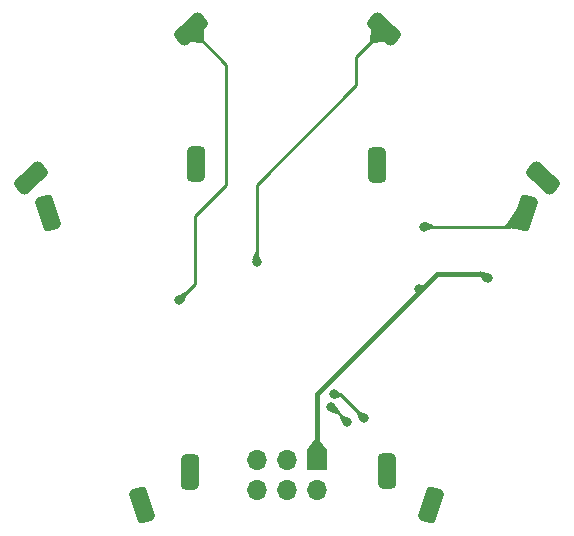
<source format=gbr>
%TF.GenerationSoftware,KiCad,Pcbnew,(7.0.0)*%
%TF.CreationDate,2023-12-18T14:13:41-05:00*%
%TF.ProjectId,MAGFest2023SolderingClass_variant1,4d414746-6573-4743-9230-3233536f6c64,rev?*%
%TF.SameCoordinates,Original*%
%TF.FileFunction,Copper,L1,Top*%
%TF.FilePolarity,Positive*%
%FSLAX46Y46*%
G04 Gerber Fmt 4.6, Leading zero omitted, Abs format (unit mm)*
G04 Created by KiCad (PCBNEW (7.0.0)) date 2023-12-18 14:13:41*
%MOMM*%
%LPD*%
G01*
G04 APERTURE LIST*
G04 Aperture macros list*
%AMRoundRect*
0 Rectangle with rounded corners*
0 $1 Rounding radius*
0 $2 $3 $4 $5 $6 $7 $8 $9 X,Y pos of 4 corners*
0 Add a 4 corners polygon primitive as box body*
4,1,4,$2,$3,$4,$5,$6,$7,$8,$9,$2,$3,0*
0 Add four circle primitives for the rounded corners*
1,1,$1+$1,$2,$3*
1,1,$1+$1,$4,$5*
1,1,$1+$1,$6,$7*
1,1,$1+$1,$8,$9*
0 Add four rect primitives between the rounded corners*
20,1,$1+$1,$2,$3,$4,$5,0*
20,1,$1+$1,$4,$5,$6,$7,0*
20,1,$1+$1,$6,$7,$8,$9,0*
20,1,$1+$1,$8,$9,$2,$3,0*%
G04 Aperture macros list end*
%TA.AperFunction,ComponentPad*%
%ADD10RoundRect,0.381000X-0.016563X1.181968X-0.708143X-0.946497X0.016563X-1.181968X0.708143X0.946497X0*%
%TD*%
%TA.AperFunction,ComponentPad*%
%ADD11RoundRect,0.381000X-0.419820X1.105022X-0.341715X-1.131615X0.419820X-1.105022X0.341715X1.131615X0*%
%TD*%
%TA.AperFunction,ComponentPad*%
%ADD12RoundRect,0.381000X-0.708143X0.946497X-0.016563X-1.181968X0.708143X-0.946497X0.016563X1.181968X0*%
%TD*%
%TA.AperFunction,ComponentPad*%
%ADD13RoundRect,0.381000X0.558543X1.041802X-1.078226X-0.484510X-0.558543X-1.041802X1.078226X0.484510X0*%
%TD*%
%TA.AperFunction,ComponentPad*%
%ADD14R,1.700000X1.700000*%
%TD*%
%TA.AperFunction,ComponentPad*%
%ADD15O,1.700000X1.700000*%
%TD*%
%TA.AperFunction,ComponentPad*%
%ADD16RoundRect,0.381000X-1.078226X0.484510X0.558543X-1.041802X1.078226X-0.484510X-0.558543X1.041802X0*%
%TD*%
%TA.AperFunction,ComponentPad*%
%ADD17RoundRect,0.381000X-0.361413X1.125479X-0.400471X-1.112180X0.361413X-1.125479X0.400471X1.112180X0*%
%TD*%
%TA.AperFunction,ViaPad*%
%ADD18C,0.800000*%
%TD*%
%TA.AperFunction,Conductor*%
%ADD19C,0.400000*%
%TD*%
%TA.AperFunction,Conductor*%
%ADD20C,0.250000*%
%TD*%
G04 APERTURE END LIST*
D10*
%TO.P,D4,2,A*%
%TO.N,Net-(D4-A)*%
X159227779Y-95668735D03*
%TO.P,D4,1,K*%
%TO.N,Net-(D4-K)*%
X167262221Y-70941265D03*
%TD*%
D11*
%TO.P,D3,1,K*%
%TO.N,Net-(D3-K)*%
X154651307Y-66862919D03*
%TO.P,D3,2,A*%
%TO.N,Net-(D3-A)*%
X155558693Y-92847081D03*
%TD*%
D12*
%TO.P,D1,2,A*%
%TO.N,Net-(D1-A)*%
X134832221Y-95668735D03*
%TO.P,D1,1,K*%
%TO.N,Net-(D1-K)*%
X126797779Y-70941265D03*
%TD*%
D13*
%TO.P,D6,1,K*%
%TO.N,Net-(D6-K)*%
X138920022Y-55396515D03*
%TO.P,D6,2,A*%
%TO.N,Net-(D6-A)*%
X125389978Y-68013485D03*
%TD*%
D14*
%TO.P,J1,1,Pin_1*%
%TO.N,+3V3*%
X149575759Y-91861764D03*
D15*
%TO.P,J1,2,Pin_2*%
%TO.N,GND*%
X149575759Y-94401764D03*
%TO.P,J1,3,Pin_3*%
%TO.N,unconnected-(J1-Pin_3-Pad3)*%
X147035759Y-91861764D03*
%TO.P,J1,4,Pin_4*%
%TO.N,unconnected-(J1-Pin_4-Pad4)*%
X147035759Y-94401764D03*
%TO.P,J1,5,Pin_5*%
%TO.N,/SWIO*%
X144495759Y-91861764D03*
%TO.P,J1,6,Pin_6*%
%TO.N,unconnected-(J1-Pin_6-Pad6)*%
X144495759Y-94401764D03*
%TD*%
D16*
%TO.P,D5,1,K*%
%TO.N,Net-(D5-K)*%
X155257590Y-55396515D03*
%TO.P,D5,2,A*%
%TO.N,Net-(D5-A)*%
X168787634Y-68013485D03*
%TD*%
D17*
%TO.P,D2,1,K*%
%TO.N,Net-(D2-K)*%
X139331881Y-66856980D03*
%TO.P,D2,2,A*%
%TO.N,Net-(D2-A)*%
X138878119Y-92853020D03*
%TD*%
D18*
%TO.N,+3V3*%
X164055000Y-76495000D03*
X158275000Y-77419500D03*
%TO.N,Net-(D4-K)*%
X158645000Y-72115000D03*
%TO.N,Net-(D5-K)*%
X144495000Y-75105000D03*
%TO.N,Net-(D6-K)*%
X137965000Y-78345000D03*
%TO.N,Net-(U1-I1)*%
X153625000Y-88365000D03*
X151035000Y-86275000D03*
%TO.N,Net-(U1-I2)*%
X152185000Y-88685000D03*
X150835000Y-87425000D03*
%TD*%
D19*
%TO.N,+3V3*%
X149575760Y-91861765D02*
X149575760Y-86288935D01*
X159749695Y-76115000D02*
X161655000Y-76115000D01*
X161655000Y-76115000D02*
X163675000Y-76115000D01*
X158275000Y-77419500D02*
X158445194Y-77419500D01*
X158445194Y-77419500D02*
X158607347Y-77257347D01*
X163675000Y-76115000D02*
X164055000Y-76495000D01*
X149575760Y-86288935D02*
X159749695Y-76115000D01*
D20*
%TO.N,Net-(D4-K)*%
X158645000Y-72115000D02*
X165851265Y-72115000D01*
X165851265Y-72115000D02*
X167025000Y-70941265D01*
%TO.N,Net-(D5-K)*%
X152935000Y-60125000D02*
X152935000Y-57719105D01*
X152935000Y-57719105D02*
X155257590Y-55396515D01*
X144495000Y-68565000D02*
X152935000Y-60125000D01*
X144495000Y-75105000D02*
X144495000Y-68565000D01*
%TO.N,Net-(D6-K)*%
X137965000Y-78345000D02*
X139305000Y-77005000D01*
X141925000Y-68565000D02*
X141925000Y-58401493D01*
X141925000Y-58401493D02*
X138920022Y-55396515D01*
X139305000Y-71185000D02*
X141925000Y-68565000D01*
X139305000Y-77005000D02*
X139305000Y-71185000D01*
%TO.N,Net-(U1-I1)*%
X151535000Y-86275000D02*
X151035000Y-86275000D01*
X153625000Y-88365000D02*
X151535000Y-86275000D01*
%TO.N,Net-(U1-I2)*%
X150835000Y-87425000D02*
X150925000Y-87425000D01*
X150925000Y-87425000D02*
X152185000Y-88685000D01*
%TD*%
%TA.AperFunction,Conductor*%
%TO.N,+3V3*%
G36*
X149775161Y-90162976D02*
G01*
X149779272Y-90166358D01*
X150419541Y-91003633D01*
X150421922Y-91011511D01*
X150418525Y-91019008D01*
X149584038Y-91854477D01*
X149578790Y-91857510D01*
X149572730Y-91857510D01*
X149567482Y-91854477D01*
X148732994Y-91019008D01*
X148729597Y-91011511D01*
X148731977Y-91003634D01*
X149372247Y-90166358D01*
X149376359Y-90162976D01*
X149381542Y-90161765D01*
X149769978Y-90161765D01*
X149775161Y-90162976D01*
G37*
%TD.AperFunction*%
%TD*%
%TA.AperFunction,Conductor*%
%TO.N,+3V3*%
G36*
X163578320Y-75958884D02*
G01*
X164195164Y-76122033D01*
X164200774Y-76125414D01*
X164203688Y-76131282D01*
X164202991Y-76137796D01*
X164056895Y-76492823D01*
X164054334Y-76496659D01*
X163781531Y-76768501D01*
X163775815Y-76771633D01*
X163769310Y-76771222D01*
X163764034Y-76767393D01*
X163414862Y-76318167D01*
X163412400Y-76310987D01*
X163412400Y-75930197D01*
X163414509Y-75923496D01*
X163420075Y-75919211D01*
X163427092Y-75918886D01*
X163578320Y-75958884D01*
G37*
%TD.AperFunction*%
%TD*%
%TA.AperFunction,Conductor*%
%TO.N,Net-(D4-K)*%
G36*
X158825696Y-71755890D02*
G01*
X159437437Y-71987141D01*
X159442925Y-71991433D01*
X159445000Y-71998085D01*
X159445000Y-72231915D01*
X159442925Y-72238567D01*
X159437437Y-72242859D01*
X158808655Y-72480551D01*
X158799884Y-72480350D01*
X158793719Y-72474109D01*
X158645875Y-72119497D01*
X158644975Y-72115000D01*
X158645875Y-72110502D01*
X158793719Y-71755889D01*
X158799884Y-71749649D01*
X158808654Y-71749448D01*
X158825696Y-71755890D01*
G37*
%TD.AperFunction*%
%TD*%
%TA.AperFunction,Conductor*%
%TO.N,Net-(D4-K)*%
G36*
X166626388Y-70469516D02*
G01*
X167255543Y-70935577D01*
X167259920Y-70942101D01*
X167259183Y-70949923D01*
X166627794Y-72303950D01*
X166623140Y-72309079D01*
X166616402Y-72310678D01*
X165580804Y-72240737D01*
X165573045Y-72237054D01*
X165569892Y-72229064D01*
X165569892Y-71993624D01*
X165571940Y-71987011D01*
X166282522Y-70949923D01*
X166609773Y-70472302D01*
X166614502Y-70468303D01*
X166620612Y-70467277D01*
X166626388Y-70469516D01*
G37*
%TD.AperFunction*%
%TD*%
%TA.AperFunction,Conductor*%
%TO.N,Net-(D5-K)*%
G36*
X155252465Y-55397483D02*
G01*
X155256825Y-55401693D01*
X155258493Y-55407521D01*
X155275896Y-56444959D01*
X155272963Y-56452905D01*
X155265435Y-56456789D01*
X154273576Y-56562270D01*
X154268440Y-56561667D01*
X154264066Y-56558909D01*
X154095022Y-56389865D01*
X154092332Y-56385680D01*
X154091625Y-56380755D01*
X154160050Y-55426326D01*
X154163671Y-55418672D01*
X154171506Y-55415465D01*
X155246586Y-55396019D01*
X155252465Y-55397483D01*
G37*
%TD.AperFunction*%
%TD*%
%TA.AperFunction,Conductor*%
%TO.N,Net-(D5-K)*%
G36*
X144618567Y-74307075D02*
G01*
X144622859Y-74312563D01*
X144860551Y-74941344D01*
X144860350Y-74950115D01*
X144854109Y-74956280D01*
X144499502Y-75104123D01*
X144495000Y-75105024D01*
X144490498Y-75104123D01*
X144135890Y-74956280D01*
X144129649Y-74950115D01*
X144129448Y-74941345D01*
X144367141Y-74312562D01*
X144371433Y-74307075D01*
X144378085Y-74305000D01*
X144611915Y-74305000D01*
X144618567Y-74307075D01*
G37*
%TD.AperFunction*%
%TD*%
%TA.AperFunction,Conductor*%
%TO.N,Net-(D6-K)*%
G36*
X138448014Y-77696643D02*
G01*
X138613356Y-77861985D01*
X138616592Y-77868155D01*
X138615747Y-77875071D01*
X138339206Y-78487760D01*
X138332862Y-78493820D01*
X138324090Y-78493767D01*
X137968804Y-78347563D01*
X137964983Y-78345016D01*
X137962436Y-78341195D01*
X137816232Y-77985909D01*
X137816179Y-77977137D01*
X137822237Y-77970794D01*
X138434928Y-77694251D01*
X138441844Y-77693407D01*
X138448014Y-77696643D01*
G37*
%TD.AperFunction*%
%TD*%
%TA.AperFunction,Conductor*%
%TO.N,Net-(D6-K)*%
G36*
X140006103Y-55415465D02*
G01*
X140013939Y-55418672D01*
X140017560Y-55426326D01*
X140085986Y-56380755D01*
X140085279Y-56385680D01*
X140082589Y-56389865D01*
X139913545Y-56558909D01*
X139909171Y-56561667D01*
X139904035Y-56562270D01*
X138912175Y-56456789D01*
X138904647Y-56452905D01*
X138901714Y-56444959D01*
X138919118Y-55407519D01*
X138920786Y-55401693D01*
X138925146Y-55397483D01*
X138931024Y-55396019D01*
X140006103Y-55415465D01*
G37*
%TD.AperFunction*%
%TD*%
%TA.AperFunction,Conductor*%
%TO.N,Net-(U1-I1)*%
G36*
X151325984Y-85998551D02*
G01*
X151825148Y-86390597D01*
X151828944Y-86395877D01*
X151829333Y-86402371D01*
X151826193Y-86408069D01*
X151661426Y-86572836D01*
X151654996Y-86576117D01*
X151048518Y-86672843D01*
X151041930Y-86671984D01*
X151036872Y-86667676D01*
X151034975Y-86661312D01*
X151034301Y-86279164D01*
X151035193Y-86274666D01*
X151037746Y-86270856D01*
X151310505Y-85999457D01*
X151318072Y-85996072D01*
X151325984Y-85998551D01*
G37*
%TD.AperFunction*%
%TD*%
%TA.AperFunction,Conductor*%
%TO.N,Net-(U1-I1)*%
G36*
X153155071Y-87714252D02*
G01*
X153767760Y-87990793D01*
X153773820Y-87997137D01*
X153773767Y-88005909D01*
X153627563Y-88361195D01*
X153625016Y-88365016D01*
X153621195Y-88367563D01*
X153265909Y-88513767D01*
X153257137Y-88513820D01*
X153250793Y-88507760D01*
X153186676Y-88365707D01*
X153020320Y-87997137D01*
X152974252Y-87895071D01*
X152973407Y-87888155D01*
X152976641Y-87881987D01*
X153141987Y-87716641D01*
X153148155Y-87713407D01*
X153155071Y-87714252D01*
G37*
%TD.AperFunction*%
%TD*%
%TA.AperFunction,Conductor*%
%TO.N,Net-(U1-I2)*%
G36*
X151715071Y-88034252D02*
G01*
X152327760Y-88310793D01*
X152333820Y-88317137D01*
X152333767Y-88325909D01*
X152187563Y-88681195D01*
X152185016Y-88685016D01*
X152181195Y-88687563D01*
X151825909Y-88833767D01*
X151817137Y-88833820D01*
X151810793Y-88827760D01*
X151746676Y-88685707D01*
X151580320Y-88317137D01*
X151534252Y-88215071D01*
X151533407Y-88208155D01*
X151536641Y-88201987D01*
X151701987Y-88036641D01*
X151708155Y-88033407D01*
X151715071Y-88034252D01*
G37*
%TD.AperFunction*%
%TD*%
%TA.AperFunction,Conductor*%
%TO.N,Net-(U1-I2)*%
G36*
X151209608Y-87281018D02*
G01*
X151520831Y-87840629D01*
X151522193Y-87847936D01*
X151518879Y-87854589D01*
X151353524Y-88019944D01*
X151347874Y-88023073D01*
X151341425Y-88022728D01*
X150693636Y-87798603D01*
X150688476Y-87795039D01*
X150685897Y-87789321D01*
X150686642Y-87783094D01*
X150832437Y-87428801D01*
X150834983Y-87424983D01*
X150838801Y-87422437D01*
X151194934Y-87275884D01*
X151203245Y-87275661D01*
X151209608Y-87281018D01*
G37*
%TD.AperFunction*%
%TD*%
M02*

</source>
